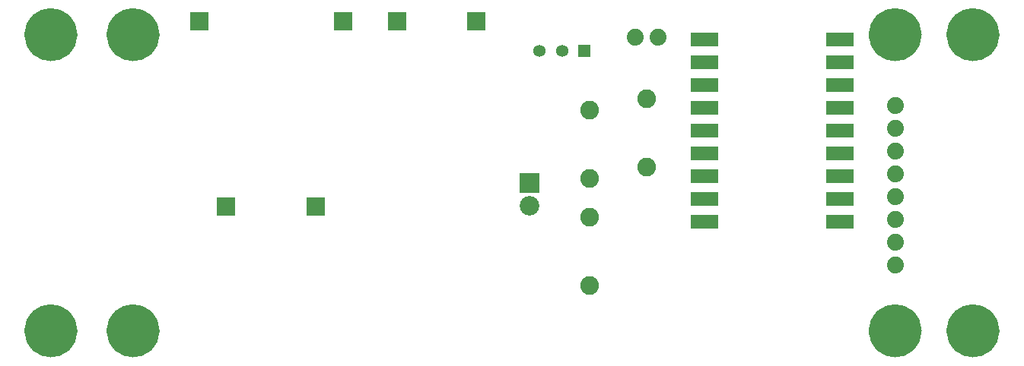
<source format=gbr>
%TF.GenerationSoftware,KiCad,Pcbnew,9.0.6*%
%TF.CreationDate,2026-01-09T06:42:04-06:00*%
%TF.ProjectId,weather_station1,77656174-6865-4725-9f73-746174696f6e,V1.10*%
%TF.SameCoordinates,Original*%
%TF.FileFunction,Soldermask,Top*%
%TF.FilePolarity,Negative*%
%FSLAX46Y46*%
G04 Gerber Fmt 4.6, Leading zero omitted, Abs format (unit mm)*
G04 Created by KiCad (PCBNEW 9.0.6) date 2026-01-09 06:42:04*
%MOMM*%
%LPD*%
G01*
G04 APERTURE LIST*
%ADD10C,2.950000*%
%ADD11R,3.010000X1.510000*%
%ADD12C,2.082800*%
%ADD13C,2.750000*%
%ADD14C,1.879600*%
%ADD15R,2.175000X2.175000*%
%ADD16C,2.175000*%
%ADD17R,1.354000X1.354000*%
%ADD18C,1.354000*%
%ADD19R,2.000000X2.000000*%
G04 APERTURE END LIST*
%TO.C,ST6*%
D10*
X182811000Y-99060000D02*
G75*
G02*
X179861000Y-99060000I-1475000J0D01*
G01*
X179861000Y-99060000D02*
G75*
G02*
X182811000Y-99060000I1475000J0D01*
G01*
%TO.C,ST2*%
X191467000Y-99060000D02*
G75*
G02*
X188517000Y-99060000I-1475000J0D01*
G01*
X188517000Y-99060000D02*
G75*
G02*
X191467000Y-99060000I1475000J0D01*
G01*
%TO.C,ST5*%
X97995000Y-99060000D02*
G75*
G02*
X95045000Y-99060000I-1475000J0D01*
G01*
X95045000Y-99060000D02*
G75*
G02*
X97995000Y-99060000I1475000J0D01*
G01*
%TO.C,ST4*%
X88851000Y-132080000D02*
G75*
G02*
X85901000Y-132080000I-1475000J0D01*
G01*
X85901000Y-132080000D02*
G75*
G02*
X88851000Y-132080000I1475000J0D01*
G01*
%TO.C,ST8*%
X97995000Y-132080000D02*
G75*
G02*
X95045000Y-132080000I-1475000J0D01*
G01*
X95045000Y-132080000D02*
G75*
G02*
X97995000Y-132080000I1475000J0D01*
G01*
%TO.C,ST7*%
X182811000Y-132080000D02*
G75*
G02*
X179861000Y-132080000I-1475000J0D01*
G01*
X179861000Y-132080000D02*
G75*
G02*
X182811000Y-132080000I1475000J0D01*
G01*
%TO.C,ST1*%
X88851000Y-99060000D02*
G75*
G02*
X85901000Y-99060000I-1475000J0D01*
G01*
X85901000Y-99060000D02*
G75*
G02*
X88851000Y-99060000I1475000J0D01*
G01*
%TO.C,ST3*%
X191467000Y-132080000D02*
G75*
G02*
X188517000Y-132080000I-1475000J0D01*
G01*
X188517000Y-132080000D02*
G75*
G02*
X191467000Y-132080000I1475000J0D01*
G01*
%TD*%
D11*
%TO.C,U1*%
X160115000Y-99613000D03*
X160115000Y-102150500D03*
X160115000Y-104688000D03*
X160115000Y-107225500D03*
X160115000Y-109763000D03*
X160115000Y-112300500D03*
X160115000Y-114838000D03*
X160115000Y-117375500D03*
X160115000Y-119913000D03*
X175215000Y-119913000D03*
X175215000Y-117375500D03*
X175215000Y-114838000D03*
X175215000Y-112300500D03*
X175215000Y-109763000D03*
X175215000Y-107225500D03*
X175215000Y-104688000D03*
X175215000Y-102150500D03*
X175215000Y-99613000D03*
%TD*%
D12*
%TO.C,R3*%
X153670000Y-106162000D03*
X153670000Y-113782000D03*
%TD*%
D13*
%TO.C,ST6*%
X181336000Y-99060000D03*
%TD*%
D14*
%TO.C,D1*%
X152400000Y-99314000D03*
X154940000Y-99314000D03*
%TD*%
%TO.C,J1*%
X181356000Y-124714000D03*
X181356000Y-122174000D03*
X181356000Y-119634000D03*
X181356000Y-117094000D03*
X181356000Y-114554000D03*
X181356000Y-112014000D03*
X181356000Y-109474000D03*
X181356000Y-106934000D03*
%TD*%
D13*
%TO.C,ST2*%
X189992000Y-99060000D03*
%TD*%
%TO.C,ST5*%
X96520000Y-99060000D03*
%TD*%
%TO.C,ST4*%
X87376000Y-132080000D03*
%TD*%
%TO.C,ST8*%
X96520000Y-132080000D03*
%TD*%
%TO.C,ST7*%
X181336000Y-132080000D03*
%TD*%
D15*
%TO.C,J3*%
X140666000Y-115612750D03*
D16*
X140666000Y-118152750D03*
%TD*%
D13*
%TO.C,ST1*%
X87376000Y-99060000D03*
%TD*%
D17*
%TO.C,SW1*%
X146772000Y-100838000D03*
D18*
X144272000Y-100838000D03*
X141772000Y-100838000D03*
%TD*%
D12*
%TO.C,R1*%
X147320000Y-115052000D03*
X147320000Y-107432000D03*
%TD*%
%TO.C,R2*%
X147320000Y-126990000D03*
X147320000Y-119370000D03*
%TD*%
D19*
%TO.C,U2*%
X134672000Y-97536000D03*
X125872000Y-97536000D03*
X119872000Y-97536000D03*
X103872000Y-97536000D03*
X106872000Y-118236000D03*
X116872000Y-118236000D03*
%TD*%
D13*
%TO.C,ST3*%
X189992000Y-132080000D03*
%TD*%
M02*

</source>
